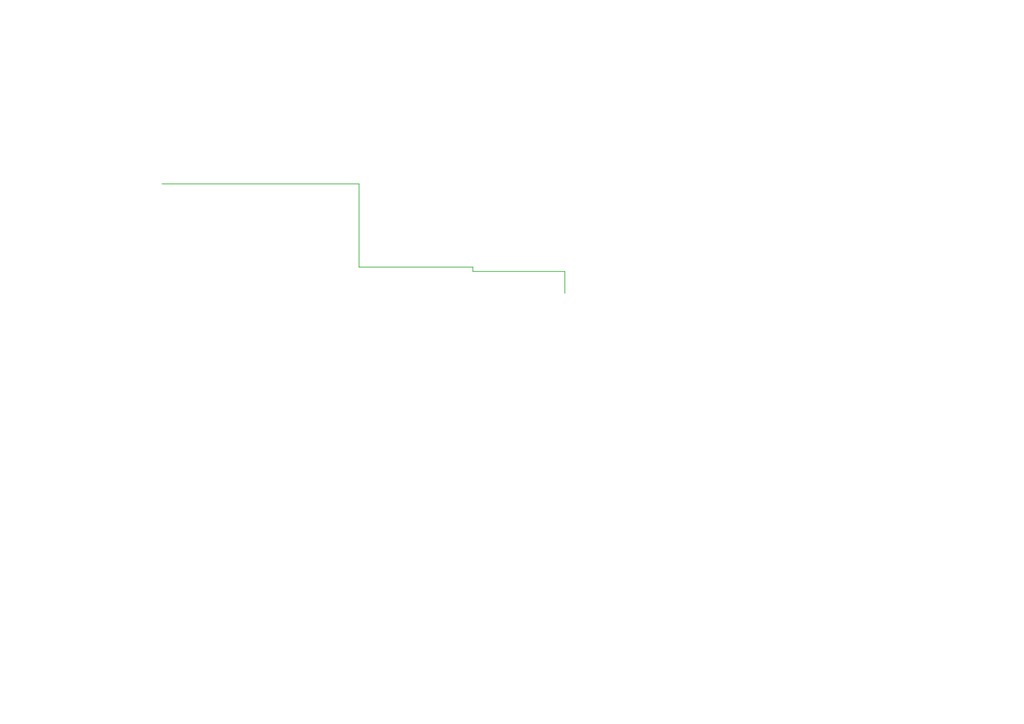
<source format=kicad_sch>
(kicad_sch
	(version 20231120)
	(generator "eeschema")
	(generator_version "8.0")
	(uuid "54be0325-9f1a-45c3-bc76-908eb6e426d1")
	(paper "A4")
	(lib_symbols)
	(wire
		(pts
			(xy 163.83 78.74) (xy 163.83 85.09)
		)
		(stroke
			(width 0)
			(type default)
		)
		(uuid "2ed622d5-c482-4bfa-a7e6-9142867f4ab8")
	)
	(wire
		(pts
			(xy 46.99 53.34) (xy 104.14 53.34)
		)
		(stroke
			(width 0)
			(type default)
		)
		(uuid "30727ef9-c9ab-49ef-b0c9-1e62d4b740c3")
	)
	(wire
		(pts
			(xy 104.14 53.34) (xy 104.14 77.47)
		)
		(stroke
			(width 0)
			(type default)
		)
		(uuid "571c69a6-fda9-4030-b806-c47bddf327e9")
	)
	(wire
		(pts
			(xy 137.16 77.47) (xy 137.16 78.74)
		)
		(stroke
			(width 0)
			(type default)
		)
		(uuid "7f13aa46-5ab3-469f-95f2-fe2a93d45620")
	)
	(wire
		(pts
			(xy 137.16 78.74) (xy 163.83 78.74)
		)
		(stroke
			(width 0)
			(type default)
		)
		(uuid "dea31658-87c1-4686-9921-1038726a9bc6")
	)
	(wire
		(pts
			(xy 104.14 77.47) (xy 137.16 77.47)
		)
		(stroke
			(width 0)
			(type default)
		)
		(uuid "f844e2be-29de-4783-afbe-892b1a963b5b")
	)
	(sheet_instances
		(path "/"
			(page "1")
		)
	)
)

</source>
